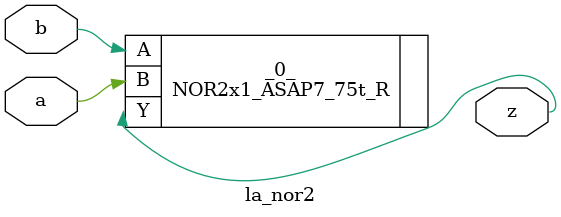
<source format=v>

/* Generated by Yosys 0.40 (git sha1 a1bb0255d, g++ 11.4.0-1ubuntu1~22.04 -fPIC -Os) */

module la_nor2(a, b, z);
  input a;
  wire a;
  input b;
  wire b;
  output z;
  wire z;
  NOR2x1_ASAP7_75t_R _0_ (
    .A(b),
    .B(a),
    .Y(z)
  );
endmodule

</source>
